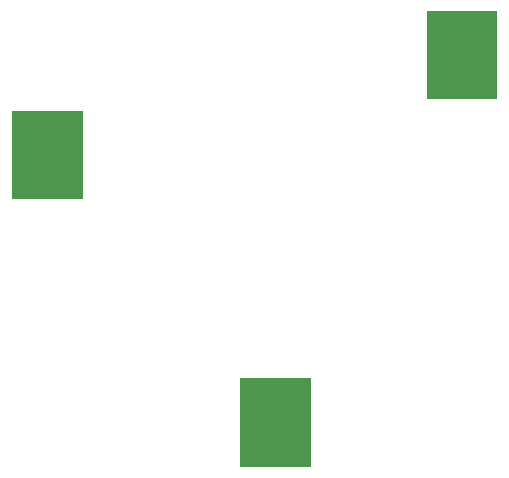
<source format=gbr>
%TF.GenerationSoftware,Altium Limited,Altium Designer,21.6.4 (81)*%
G04 Layer_Color=16711935*
%FSLAX43Y43*%
%MOMM*%
%TF.SameCoordinates,76D5CAF9-2094-4FD7-9A7B-915B2AFADFAF*%
%TF.FilePolarity,Positive*%
%TF.FileFunction,Other,Mechanical_5*%
%TF.Part,Single*%
G01*
G75*
G36*
X88675Y92506D02*
Y85043D01*
X94644D01*
Y92506D01*
X88675D01*
D02*
G37*
G36*
X107992Y69865D02*
Y62402D01*
X113961D01*
Y69865D01*
X107992D01*
D02*
G37*
G36*
X123793Y100996D02*
Y93533D01*
X129762D01*
Y100996D01*
X123793D01*
D02*
G37*
%TF.MD5,f565c840447395d07c5749c207d39fa9*%
M02*

</source>
